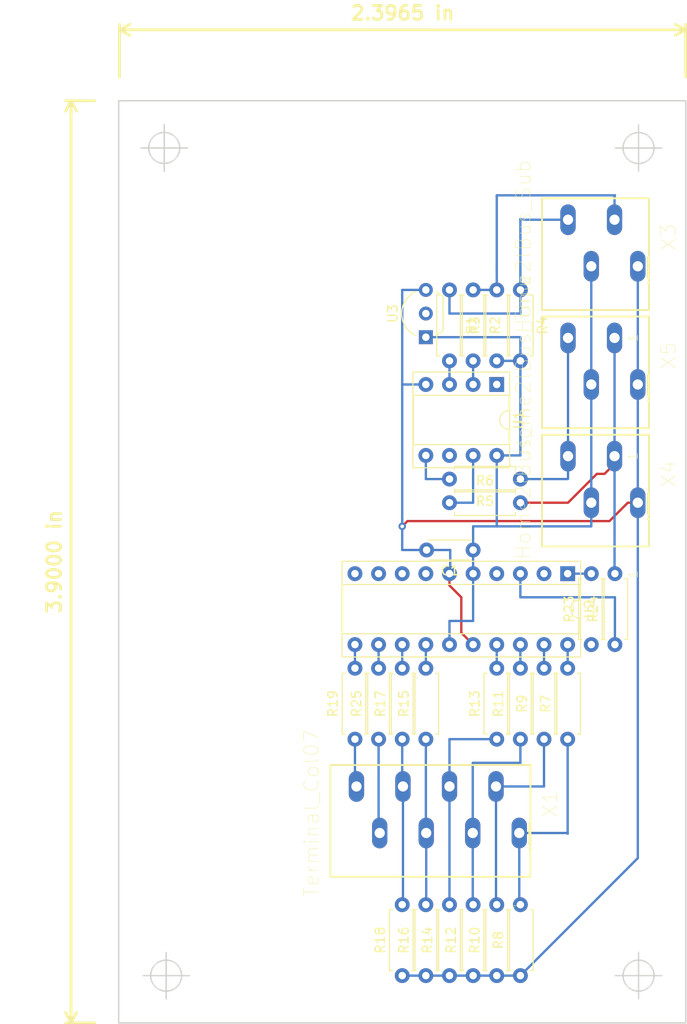
<source format=kicad_pcb>
(kicad_pcb (version 20171130) (host pcbnew 5.0.2+dfsg1-1)
  (title_block (title "Matrix Card 2x6") (date 2020-04-08) (company "Gundolf Kiefer"))
  (layers (0 F.Cu signal) (1 In1.Cu signal hide) (2 In2.Cu signal) (31 B.Cu signal) (34 B.Paste user) (35 F.Paste user) (36 B.SilkS user) (37 F.SilkS user) (38 B.Mask user) (39 F.Mask user) (44 Edge.Cuts user))
  (net 0 "")
  (net 1 +5V)
  (net 2 /twi_ma_scl)
  (net 3 /twi_ma_sda)
  (net 4 /SCL)
  (net 5 /SDA)
  (net 6 GND)
  (net 7 "Net-(U1-Pad1)")
  (net 8 "Net-(R23-Pad2)")
  (net 9 "Net-(R25-Pad2)")
  (net 10 "Net-(R24-Pad1)")
  (net 11 "Net-(R5-Pad2)")
  (net 12 "Net-(R6-Pad1)")
  (net 13 "Net-(R7-Pad2)")
  (net 14 "Net-(R11-Pad2)")
  (net 15 "Net-(R9-Pad2)")
  (net 16 "Net-(R19-Pad2)")
  (net 17 "Net-(R17-Pad2)")
  (net 18 "Net-(R15-Pad2)")
  (net 19 "Net-(R13-Pad2)")
  (net 20 "Net-(U2-Pad2)")
  (net 21 "Net-(U1-Pad6)")
  (net 22 "Net-(U2-Pad10)")
  (net 23 "Net-(R7-Pad1)")
  (net 24 "Net-(R10-Pad2)")
  (net 25 "Net-(R11-Pad1)")
  (net 26 "Net-(R13-Pad1)")
  (net 27 "Net-(R15-Pad1)")
  (net 28 "Net-(R19-Pad1)")
  (net 29 "Net-(R17-Pad1)")
  (net 30 "Net-(R1-Pad1)")
  (net 31 "Net-(R2-Pad1)")
  (net 32 "Net-(U2-Pad4)")
  (net 33 "Net-(U2-Pad7)")
  (net 34 "Net-(U2-Pad8)")
  (net 35 "Net-(U2-Pad9)")
  (net 36 "Net-(R25-Pad1)")
  (module 250-404_000-012:P-250-404 (layer F.Cu) (at 76.6872 67.28 270)
    (fp_text reference X3 (at -1.80022 -7.8138 270) (layer F.SilkS) (effects (font (size 1.57501 1.57501) (thickness 0.05))))
    (fp_text value Home2lBus_Sub (at -0.80054 7.79256 270) (layer F.SilkS) (effects (font (size 1.57589 1.57589) (thickness 0.05))))
    (fp_text user 1 (at 9.00484 -4.01496 270) (layer F.SilkS) (effects (font (thickness 0.05))))
    (pad L1 thru_hole oval (at 1.3 -4.5128 90) (size 3.3 1.65) (drill 1.1) (layers *.Cu *.Mask) (net 6 GND))
    (pad L2 thru_hole oval (at -3.7 -2.0128 270) (size 3.3 1.65) (drill 1.1) (layers *.Cu *.Mask) (net 31 "Net-(R2-Pad1)"))
    (pad L3 thru_hole oval (at 1.3 0.4872 270) (size 3.3 1.65) (drill 1.1) (layers *.Cu *.Mask) (net 1 +5V))
    (pad L4 thru_hole oval (at -3.7 2.9872 270) (size 3.3 1.65) (drill 1.1) (layers *.Cu *.Mask) (net 30 "Net-(R1-Pad1)"))
  )
  (module Package_TO_SOT_THT:TO-92_Inline_Wide (layer F.Cu) (at 58.42 76.2 90)
    (fp_text reference U3 (at 2.54 -3.56 90) (layer F.SilkS))
    (fp_text value TSIC306-TO92)
    (pad 1 thru_hole rect (at 0 0 180) (size 1.5 1.5) (drill 0.8) (layers *.Cu *.Mask) (net 1 +5V))
    (pad 3 thru_hole circle (at 5.08 0 180) (size 1.5 1.5) (drill 0.8) (layers *.Cu *.Mask) (net 6 GND))
    (pad 2 thru_hole circle (at 2.54 0 180) (size 1.5 1.5) (drill 0.8) (layers *.Cu *.Mask) (net 20 "Net-(U2-Pad2)"))
  )
  (module Package_DIP:DIP-20_W7.62mm_Socket (layer F.Cu) (at 73.66 101.6 270)
    (fp_text reference U2 (at 3.81 -2.33 270) (layer F.SilkS))
    (fp_text value ATtiny861-20PU)
    (pad 1 thru_hole rect (at 0 0 270) (size 1.6 1.6) (drill 0.8) (layers *.Cu *.Mask) (net 8 "Net-(R23-Pad2)"))
    (pad 11 thru_hole oval (at 7.62 22.86 270) (size 1.6 1.6) (drill 0.8) (layers *.Cu *.Mask) (net 16 "Net-(R19-Pad2)"))
    (pad 2 thru_hole oval (at 0 2.54 270) (size 1.6 1.6) (drill 0.8) (layers *.Cu *.Mask) (net 20 "Net-(U2-Pad2)"))
    (pad 12 thru_hole oval (at 7.62 20.32 270) (size 1.6 1.6) (drill 0.8) (layers *.Cu *.Mask) (net 9 "Net-(R25-Pad2)"))
    (pad 3 thru_hole oval (at 0 5.08 270) (size 1.6 1.6) (drill 0.8) (layers *.Cu *.Mask) (net 10 "Net-(R24-Pad1)"))
    (pad 13 thru_hole oval (at 7.62 17.78 270) (size 1.6 1.6) (drill 0.8) (layers *.Cu *.Mask) (net 17 "Net-(R17-Pad2)"))
    (pad 4 thru_hole oval (at 0 7.62 270) (size 1.6 1.6) (drill 0.8) (layers *.Cu *.Mask) (net 32 "Net-(U2-Pad4)"))
    (pad 14 thru_hole oval (at 7.62 15.24 270) (size 1.6 1.6) (drill 0.8) (layers *.Cu *.Mask) (net 18 "Net-(R15-Pad2)"))
    (pad 5 thru_hole oval (at 0 10.16 270) (size 1.6 1.6) (drill 0.8) (layers *.Cu *.Mask) (net 1 +5V))
    (pad 15 thru_hole oval (at 7.62 12.7 270) (size 1.6 1.6) (drill 0.8) (layers *.Cu *.Mask) (net 1 +5V))
    (pad 6 thru_hole oval (at 0 12.7 270) (size 1.6 1.6) (drill 0.8) (layers *.Cu *.Mask) (net 6 GND))
    (pad 16 thru_hole oval (at 7.62 10.16 270) (size 1.6 1.6) (drill 0.8) (layers *.Cu *.Mask) (net 6 GND))
    (pad 7 thru_hole oval (at 0 15.24 270) (size 1.6 1.6) (drill 0.8) (layers *.Cu *.Mask) (net 33 "Net-(U2-Pad7)"))
    (pad 17 thru_hole oval (at 7.62 7.62 270) (size 1.6 1.6) (drill 0.8) (layers *.Cu *.Mask) (net 19 "Net-(R13-Pad2)"))
    (pad 8 thru_hole oval (at 0 17.78 270) (size 1.6 1.6) (drill 0.8) (layers *.Cu *.Mask) (net 34 "Net-(U2-Pad8)"))
    (pad 18 thru_hole oval (at 7.62 5.08 270) (size 1.6 1.6) (drill 0.8) (layers *.Cu *.Mask) (net 14 "Net-(R11-Pad2)"))
    (pad 9 thru_hole oval (at 0 20.32 270) (size 1.6 1.6) (drill 0.8) (layers *.Cu *.Mask) (net 35 "Net-(U2-Pad9)"))
    (pad 19 thru_hole oval (at 7.62 2.54 270) (size 1.6 1.6) (drill 0.8) (layers *.Cu *.Mask) (net 15 "Net-(R9-Pad2)"))
    (pad 10 thru_hole oval (at 0 22.86 270) (size 1.6 1.6) (drill 0.8) (layers *.Cu *.Mask) (net 22 "Net-(U2-Pad10)"))
    (pad 20 thru_hole oval (at 7.62 0 270) (size 1.6 1.6) (drill 0.8) (layers *.Cu *.Mask) (net 13 "Net-(R7-Pad2)"))
  )
  (module 250-404_000-012:P-250-404 (layer F.Cu) (at 76.6872 79.98 270)
    (fp_text reference X5 (at -1.80022 -7.8138 270) (layer F.SilkS) (effects (font (size 1.57501 1.57501) (thickness 0.05))))
    (fp_text value Home2lBus_Thru (at -0.80054 7.79256 270) (layer F.SilkS) (effects (font (size 1.57589 1.57589) (thickness 0.05))))
    (fp_text user 1 (at 9.00484 -4.01496 270) (layer F.SilkS) (effects (font (thickness 0.05))))
    (pad L1 thru_hole oval (at 1.3 -4.5128 90) (size 3.3 1.65) (drill 1.1) (layers *.Cu *.Mask) (net 6 GND))
    (pad L2 thru_hole oval (at -3.7 -2.0128 270) (size 3.3 1.65) (drill 1.1) (layers *.Cu *.Mask) (net 4 /SCL))
    (pad L3 thru_hole oval (at 1.3 0.4872 270) (size 3.3 1.65) (drill 1.1) (layers *.Cu *.Mask) (net 1 +5V))
    (pad L4 thru_hole oval (at -3.7 2.9872 270) (size 3.3 1.65) (drill 1.1) (layers *.Cu *.Mask) (net 5 /SDA))
  )
  (module 250-404_000-012:P-250-404 (layer F.Cu) (at 76.6872 92.68 270)
    (fp_text reference X4 (at -1.80022 -7.8138 270) (layer F.SilkS) (effects (font (size 1.57501 1.57501) (thickness 0.05))))
    (fp_text value Home2lBus_In (at -0.80054 7.79256 270) (layer F.SilkS) (effects (font (size 1.57589 1.57589) (thickness 0.05))))
    (fp_text user 1 (at 9.00484 -4.01496 270) (layer F.SilkS) (effects (font (thickness 0.05))))
    (pad L4 thru_hole oval (at -3.7 2.9872 270) (size 3.3 1.65) (drill 1.1) (layers *.Cu *.Mask) (net 5 /SDA))
    (pad L3 thru_hole oval (at 1.3 0.4872 270) (size 3.3 1.65) (drill 1.1) (layers *.Cu *.Mask) (net 1 +5V))
    (pad L2 thru_hole oval (at -3.7 -2.0128 270) (size 3.3 1.65) (drill 1.1) (layers *.Cu *.Mask) (net 4 /SCL))
    (pad L1 thru_hole oval (at 1.3 -4.5128 90) (size 3.3 1.65) (drill 1.1) (layers *.Cu *.Mask) (net 6 GND))
  )
  (module 250-408_000-012:P-250-408 (layer F.Cu) (at 58.9878 128.16 270)
    (fp_text reference X1 (at -1.80134 -12.7816 270) (layer F.SilkS) (effects (font (size 1.57596 1.57596) (thickness 0.05))))
    (fp_text value Terminal_Col07 (at -0.80153 12.8522 270) (layer F.SilkS) (effects (font (size 1.5778 1.5778) (thickness 0.05))))
    (fp_text user 1 (at 9.10895 -9.18122 270) (layer F.SilkS) (effects (font (thickness 0.05))))
    (pad L1 thru_hole oval (at 1.3 -9.4722 270) (size 3.3 1.65) (drill 1.1) (layers *.Cu *.Mask) (net 23 "Net-(R7-Pad1)"))
    (pad L2 thru_hole oval (at -3.7 -6.9722 270) (size 3.3 1.65) (drill 1.1) (layers *.Cu *.Mask) (net 24 "Net-(R10-Pad2)"))
    (pad L3 thru_hole oval (at 1.3 -4.4722 270) (size 3.3 1.65) (drill 1.1) (layers *.Cu *.Mask) (net 25 "Net-(R11-Pad1)"))
    (pad L4 thru_hole oval (at -3.7 -1.9722 270) (size 3.3 1.65) (drill 1.1) (layers *.Cu *.Mask) (net 26 "Net-(R13-Pad1)"))
    (pad L5 thru_hole oval (at 1.3 0.5278 270) (size 3.3 1.65) (drill 1.1) (layers *.Cu *.Mask) (net 27 "Net-(R15-Pad1)"))
    (pad L6 thru_hole oval (at -3.7 3.0278 270) (size 3.3 1.65) (drill 1.1) (layers *.Cu *.Mask) (net 29 "Net-(R17-Pad1)"))
    (pad L7 thru_hole oval (at 1.3 5.5278 270) (size 3.3 1.65) (drill 1.1) (layers *.Cu *.Mask) (net 36 "Net-(R25-Pad1)"))
    (pad L8 thru_hole oval (at -3.7 8.0278 270) (size 3.3 1.65) (drill 1.1) (layers *.Cu *.Mask) (net 28 "Net-(R19-Pad1)"))
  )
  (module Capacitor_THT:C_Disc_D4.3mm_W1.9mm_P5.00mm (layer F.Cu) (at 63.5 99.06 180)
    (fp_text reference C1 (at 2.5 -2.2 180) (layer F.SilkS))
    (fp_text value 100nF)
    (pad 2 thru_hole circle (at 5 0 180) (size 1.6 1.6) (drill 0.8) (layers *.Cu *.Mask) (net 6 GND))
    (pad 1 thru_hole circle (at 0 0 180) (size 1.6 1.6) (drill 0.8) (layers *.Cu *.Mask) (net 1 +5V))
  )
  (module Package_DIP:DIP-8_W7.62mm_Socket (layer F.Cu) (at 66.04 81.28 270)
    (fp_text reference U1 (at 3.81 -2.33 270) (layer F.SilkS))
    (fp_text value ATtiny85V-10PU)
    (pad 8 thru_hole oval (at 7.62 0 270) (size 1.6 1.6) (drill 0.8) (layers *.Cu *.Mask) (net 1 +5V))
    (pad 4 thru_hole oval (at 0 7.62 270) (size 1.6 1.6) (drill 0.8) (layers *.Cu *.Mask) (net 6 GND))
    (pad 7 thru_hole oval (at 7.62 2.54 270) (size 1.6 1.6) (drill 0.8) (layers *.Cu *.Mask) (net 12 "Net-(R6-Pad1)"))
    (pad 3 thru_hole oval (at 0 5.08 270) (size 1.6 1.6) (drill 0.8) (layers *.Cu *.Mask) (net 3 /twi_ma_sda))
    (pad 6 thru_hole oval (at 7.62 5.08 270) (size 1.6 1.6) (drill 0.8) (layers *.Cu *.Mask) (net 21 "Net-(U1-Pad6)"))
    (pad 2 thru_hole oval (at 0 2.54 270) (size 1.6 1.6) (drill 0.8) (layers *.Cu *.Mask) (net 2 /twi_ma_scl))
    (pad 5 thru_hole oval (at 7.62 7.62 270) (size 1.6 1.6) (drill 0.8) (layers *.Cu *.Mask) (net 11 "Net-(R5-Pad2)"))
    (pad 1 thru_hole rect (at 0 0 270) (size 1.6 1.6) (drill 0.8) (layers *.Cu *.Mask) (net 7 "Net-(U1-Pad1)"))
  )
  (module Resistor_THT:R_Axial_DIN0207_L6.3mm_D2.5mm_P7.62mm_Horizontal (layer F.Cu) (at 66.04 144.78 90)
    (fp_text reference R10 (at 3.81 -2.37 90) (layer F.SilkS))
    (fp_text value 10k)
    (pad 2 thru_hole oval (at 7.62 0 90) (size 1.6 1.6) (drill 0.8) (layers *.Cu *.Mask) (net 24 "Net-(R10-Pad2)"))
    (pad 1 thru_hole circle (at 0 0 90) (size 1.6 1.6) (drill 0.8) (layers *.Cu *.Mask) (net 6 GND))
  )
  (module Resistor_THT:R_Axial_DIN0207_L6.3mm_D2.5mm_P7.62mm_Horizontal (layer F.Cu) (at 63.5 144.78 90)
    (fp_text reference R12 (at 3.81 -2.37 90) (layer F.SilkS))
    (fp_text value 10k)
    (pad 2 thru_hole oval (at 7.62 0 90) (size 1.6 1.6) (drill 0.8) (layers *.Cu *.Mask) (net 25 "Net-(R11-Pad1)"))
    (pad 1 thru_hole circle (at 0 0 90) (size 1.6 1.6) (drill 0.8) (layers *.Cu *.Mask) (net 6 GND))
  )
  (module Resistor_THT:R_Axial_DIN0207_L6.3mm_D2.5mm_P7.62mm_Horizontal (layer F.Cu) (at 66.04 119.38 90)
    (fp_text reference R13 (at 3.81 -2.37 90) (layer F.SilkS))
    (fp_text value 1k)
    (pad 2 thru_hole oval (at 7.62 0 90) (size 1.6 1.6) (drill 0.8) (layers *.Cu *.Mask) (net 19 "Net-(R13-Pad2)"))
    (pad 1 thru_hole circle (at 0 0 90) (size 1.6 1.6) (drill 0.8) (layers *.Cu *.Mask) (net 26 "Net-(R13-Pad1)"))
  )
  (module Resistor_THT:R_Axial_DIN0207_L6.3mm_D2.5mm_P7.62mm_Horizontal (layer F.Cu) (at 60.96 144.78 90)
    (fp_text reference R14 (at 3.81 -2.37 90) (layer F.SilkS))
    (fp_text value 10k)
    (pad 2 thru_hole oval (at 7.62 0 90) (size 1.6 1.6) (drill 0.8) (layers *.Cu *.Mask) (net 26 "Net-(R13-Pad1)"))
    (pad 1 thru_hole circle (at 0 0 90) (size 1.6 1.6) (drill 0.8) (layers *.Cu *.Mask) (net 6 GND))
  )
  (module Resistor_THT:R_Axial_DIN0207_L6.3mm_D2.5mm_P7.62mm_Horizontal (layer F.Cu) (at 58.42 119.38 90)
    (fp_text reference R15 (at 3.81 -2.37 90) (layer F.SilkS))
    (fp_text value 1k)
    (pad 2 thru_hole oval (at 7.62 0 90) (size 1.6 1.6) (drill 0.8) (layers *.Cu *.Mask) (net 18 "Net-(R15-Pad2)"))
    (pad 1 thru_hole circle (at 0 0 90) (size 1.6 1.6) (drill 0.8) (layers *.Cu *.Mask) (net 27 "Net-(R15-Pad1)"))
  )
  (module Resistor_THT:R_Axial_DIN0207_L6.3mm_D2.5mm_P7.62mm_Horizontal (layer F.Cu) (at 58.42 144.78 90)
    (fp_text reference R16 (at 3.81 -2.37 90) (layer F.SilkS))
    (fp_text value 10k)
    (pad 2 thru_hole oval (at 7.62 0 90) (size 1.6 1.6) (drill 0.8) (layers *.Cu *.Mask) (net 27 "Net-(R15-Pad1)"))
    (pad 1 thru_hole circle (at 0 0 90) (size 1.6 1.6) (drill 0.8) (layers *.Cu *.Mask) (net 6 GND))
  )
  (module Resistor_THT:R_Axial_DIN0207_L6.3mm_D2.5mm_P7.62mm_Horizontal (layer F.Cu) (at 55.88 119.38 90)
    (fp_text reference R17 (at 3.81 -2.37 90) (layer F.SilkS))
    (fp_text value 1k)
    (pad 2 thru_hole oval (at 7.62 0 90) (size 1.6 1.6) (drill 0.8) (layers *.Cu *.Mask) (net 17 "Net-(R17-Pad2)"))
    (pad 1 thru_hole circle (at 0 0 90) (size 1.6 1.6) (drill 0.8) (layers *.Cu *.Mask) (net 29 "Net-(R17-Pad1)"))
  )
  (module Resistor_THT:R_Axial_DIN0207_L6.3mm_D2.5mm_P7.62mm_Horizontal (layer F.Cu) (at 55.88 144.78 90)
    (fp_text reference R18 (at 3.81 -2.37 90) (layer F.SilkS))
    (fp_text value 10k)
    (pad 2 thru_hole oval (at 7.62 0 90) (size 1.6 1.6) (drill 0.8) (layers *.Cu *.Mask) (net 29 "Net-(R17-Pad1)"))
    (pad 1 thru_hole circle (at 0 0 90) (size 1.6 1.6) (drill 0.8) (layers *.Cu *.Mask) (net 6 GND))
  )
  (module Resistor_THT:R_Axial_DIN0207_L6.3mm_D2.5mm_P7.62mm_Horizontal (layer F.Cu) (at 50.8 119.38 90)
    (fp_text reference R19 (at 3.81 -2.37 90) (layer F.SilkS))
    (fp_text value 100)
    (pad 2 thru_hole oval (at 7.62 0 90) (size 1.6 1.6) (drill 0.8) (layers *.Cu *.Mask) (net 16 "Net-(R19-Pad2)"))
    (pad 1 thru_hole circle (at 0 0 90) (size 1.6 1.6) (drill 0.8) (layers *.Cu *.Mask) (net 28 "Net-(R19-Pad1)"))
  )
  (module Resistor_THT:R_Axial_DIN0207_L6.3mm_D2.5mm_P7.62mm_Horizontal (layer F.Cu) (at 71.12 119.38 90)
    (fp_text reference R9 (at 3.81 -2.37 90) (layer F.SilkS))
    (fp_text value 1k)
    (pad 2 thru_hole oval (at 7.62 0 90) (size 1.6 1.6) (drill 0.8) (layers *.Cu *.Mask) (net 15 "Net-(R9-Pad2)"))
    (pad 1 thru_hole circle (at 0 0 90) (size 1.6 1.6) (drill 0.8) (layers *.Cu *.Mask) (net 24 "Net-(R10-Pad2)"))
  )
  (module Resistor_THT:R_Axial_DIN0207_L6.3mm_D2.5mm_P7.62mm_Horizontal (layer F.Cu) (at 68.58 119.38 90)
    (fp_text reference R11 (at 3.81 -2.37 90) (layer F.SilkS))
    (fp_text value 1k)
    (pad 2 thru_hole oval (at 7.62 0 90) (size 1.6 1.6) (drill 0.8) (layers *.Cu *.Mask) (net 14 "Net-(R11-Pad2)"))
    (pad 1 thru_hole circle (at 0 0 90) (size 1.6 1.6) (drill 0.8) (layers *.Cu *.Mask) (net 25 "Net-(R11-Pad1)"))
  )
  (module Resistor_THT:R_Axial_DIN0207_L6.3mm_D2.5mm_P7.62mm_Horizontal (layer F.Cu) (at 68.58 144.78 90)
    (fp_text reference R8 (at 3.81 -2.37 90) (layer F.SilkS))
    (fp_text value 10k)
    (pad 2 thru_hole oval (at 7.62 0 90) (size 1.6 1.6) (drill 0.8) (layers *.Cu *.Mask) (net 23 "Net-(R7-Pad1)"))
    (pad 1 thru_hole circle (at 0 0 90) (size 1.6 1.6) (drill 0.8) (layers *.Cu *.Mask) (net 6 GND))
  )
  (module Resistor_THT:R_Axial_DIN0207_L6.3mm_D2.5mm_P7.62mm_Horizontal (layer F.Cu) (at 73.66 119.38 90)
    (fp_text reference R7 (at 3.81 -2.37 90) (layer F.SilkS))
    (fp_text value 1k)
    (pad 2 thru_hole oval (at 7.62 0 90) (size 1.6 1.6) (drill 0.8) (layers *.Cu *.Mask) (net 13 "Net-(R7-Pad2)"))
    (pad 1 thru_hole circle (at 0 0 90) (size 1.6 1.6) (drill 0.8) (layers *.Cu *.Mask) (net 23 "Net-(R7-Pad1)"))
  )
  (module Resistor_THT:R_Axial_DIN0207_L6.3mm_D2.5mm_P7.62mm_Horizontal (layer F.Cu) (at 60.96 93.98)
    (fp_text reference R6 (at 3.81 -2.37) (layer F.SilkS))
    (fp_text value 100)
    (pad 2 thru_hole oval (at 7.62 0) (size 1.6 1.6) (drill 0.8) (layers *.Cu *.Mask) (net 4 /SCL))
    (pad 1 thru_hole circle (at 0 0) (size 1.6 1.6) (drill 0.8) (layers *.Cu *.Mask) (net 12 "Net-(R6-Pad1)"))
  )
  (module Resistor_THT:R_Axial_DIN0207_L6.3mm_D2.5mm_P7.62mm_Horizontal (layer F.Cu) (at 68.58 91.44 180)
    (fp_text reference R5 (at 3.81 -2.37 180) (layer F.SilkS))
    (fp_text value 100)
    (pad 2 thru_hole oval (at 7.62 0 180) (size 1.6 1.6) (drill 0.8) (layers *.Cu *.Mask) (net 11 "Net-(R5-Pad2)"))
    (pad 1 thru_hole circle (at 0 0 180) (size 1.6 1.6) (drill 0.8) (layers *.Cu *.Mask) (net 5 /SDA))
  )
  (module Resistor_THT:R_Axial_DIN0207_L6.3mm_D2.5mm_P7.62mm_Horizontal (layer F.Cu) (at 68.58 71.12 270)
    (fp_text reference R4 (at 3.81 -2.37 270) (layer F.SilkS))
    (fp_text value 1k)
    (pad 2 thru_hole oval (at 7.62 0 270) (size 1.6 1.6) (drill 0.8) (layers *.Cu *.Mask) (net 1 +5V))
    (pad 1 thru_hole circle (at 0 0 270) (size 1.6 1.6) (drill 0.8) (layers *.Cu *.Mask) (net 30 "Net-(R1-Pad1)"))
  )
  (module Resistor_THT:R_Axial_DIN0207_L6.3mm_D2.5mm_P7.62mm_Horizontal (layer F.Cu) (at 66.04 78.74 90)
    (fp_text reference R3 (at 3.81 -2.37 90) (layer F.SilkS))
    (fp_text value 1k)
    (pad 2 thru_hole oval (at 7.62 0 90) (size 1.6 1.6) (drill 0.8) (layers *.Cu *.Mask) (net 31 "Net-(R2-Pad1)"))
    (pad 1 thru_hole circle (at 0 0 90) (size 1.6 1.6) (drill 0.8) (layers *.Cu *.Mask) (net 1 +5V))
  )
  (module Resistor_THT:R_Axial_DIN0207_L6.3mm_D2.5mm_P7.62mm_Horizontal (layer F.Cu) (at 63.5 71.12 270)
    (fp_text reference R2 (at 3.81 -2.37 270) (layer F.SilkS))
    (fp_text value 100)
    (pad 2 thru_hole oval (at 7.62 0 270) (size 1.6 1.6) (drill 0.8) (layers *.Cu *.Mask) (net 2 /twi_ma_scl))
    (pad 1 thru_hole circle (at 0 0 270) (size 1.6 1.6) (drill 0.8) (layers *.Cu *.Mask) (net 31 "Net-(R2-Pad1)"))
  )
  (module Resistor_THT:R_Axial_DIN0207_L6.3mm_D2.5mm_P7.62mm_Horizontal (layer F.Cu) (at 60.96 71.12 270)
    (fp_text reference R1 (at 3.81 -2.37 270) (layer F.SilkS))
    (fp_text value 100)
    (pad 2 thru_hole oval (at 7.62 0 270) (size 1.6 1.6) (drill 0.8) (layers *.Cu *.Mask) (net 3 /twi_ma_sda))
    (pad 1 thru_hole circle (at 0 0 270) (size 1.6 1.6) (drill 0.8) (layers *.Cu *.Mask) (net 30 "Net-(R1-Pad1)"))
  )
  (module Resistor_THT:R_Axial_DIN0207_L6.3mm_D2.5mm_P7.62mm_Horizontal (layer F.Cu) (at 78.74 109.22 90)
    (fp_text reference R24 (at 3.81 -2.37 90) (layer F.SilkS))
    (fp_text value 100)
    (pad 2 thru_hole oval (at 7.62 0 90) (size 1.6 1.6) (drill 0.8) (layers *.Cu *.Mask) (net 4 /SCL))
    (pad 1 thru_hole circle (at 0 0 90) (size 1.6 1.6) (drill 0.8) (layers *.Cu *.Mask) (net 10 "Net-(R24-Pad1)"))
  )
  (module Resistor_THT:R_Axial_DIN0207_L6.3mm_D2.5mm_P7.62mm_Horizontal (layer F.Cu) (at 53.34 119.38 90)
    (fp_text reference R25 (at 3.81 -2.37 90) (layer F.SilkS))
    (fp_text value 100)
    (pad 2 thru_hole oval (at 7.62 0 90) (size 1.6 1.6) (drill 0.8) (layers *.Cu *.Mask) (net 9 "Net-(R25-Pad2)"))
    (pad 1 thru_hole circle (at 0 0 90) (size 1.6 1.6) (drill 0.8) (layers *.Cu *.Mask) (net 36 "Net-(R25-Pad1)"))
  )
  (module Resistor_THT:R_Axial_DIN0207_L6.3mm_D2.5mm_P7.62mm_Horizontal (layer F.Cu) (at 76.2 109.22 90)
    (fp_text reference R23 (at 3.81 -2.37 90) (layer F.SilkS))
    (fp_text value 100)
    (pad 2 thru_hole oval (at 7.62 0 90) (size 1.6 1.6) (drill 0.8) (layers *.Cu *.Mask) (net 8 "Net-(R23-Pad2)"))
    (pad 1 thru_hole circle (at 0 0 90) (size 1.6 1.6) (drill 0.8) (layers *.Cu *.Mask) (net 5 /SDA))
  )
  (target plus (at 81.28 144.78) (size 5) (width 0.15) (layer Edge.Cuts))
  (target plus (at 30.507442 144.78) (size 5) (width 0.15) (layer Edge.Cuts))
  (target plus (at 81.28 55.88) (size 5) (width 0.15) (layer Edge.Cuts))
  (target plus (at 30.302565 55.870249) (size 5) (width 0.15) (layer Edge.Cuts))
  (gr_line (start 86.36 149.86) (end 86.36 50.8) (layer Edge.Cuts) (width 0.15))
  (gr_line (start 25.4 149.86) (end 86.36 149.86) (layer Edge.Cuts) (width 0.15))
  (gr_line (start 25.4 50.8) (end 25.4 149.86) (layer Edge.Cuts) (width 0.15))
  (gr_line (start 86.36 50.8) (end 25.4 50.8) (layer Edge.Cuts) (width 0.15))
  (dimension 60.87181 (width 0.3) (layer F.SilkS) (gr_text "60.872 mm" (at 55.924516 41.081787 359.996635) (layer F.SilkS) (effects (font (size 1.5 1.5) (thickness 0.3)))) (feature1 (pts (xy 86.36 48.26) (xy 86.360333 42.597154))) (feature2 (pts (xy 25.48819 48.256425) (xy 25.488523 42.593579))) (crossbar (pts (xy 25.488488 43.18) (xy 86.360298 43.183575))) (arrow1a (pts (xy 86.360298 43.183575) (xy 85.23376 43.76993))) (arrow1b (pts (xy 86.360298 43.183575) (xy 85.233829 42.597088))) (arrow2a (pts (xy 25.488488 43.18) (xy 26.614957 43.766487))) (arrow2b (pts (xy 25.488488 43.18) (xy 26.615026 42.593645))))
  (dimension 99.06 (width 0.3) (layer F.SilkS) (gr_text "99.060 mm" (at 18.185624 100.33 270) (layer F.SilkS) (effects (font (size 1.5 1.5) (thickness 0.3)))) (feature1 (pts (xy 22.825624 149.86) (xy 19.699203 149.86))) (feature2 (pts (xy 22.825624 50.8) (xy 19.699203 50.8))) (crossbar (pts (xy 20.285624 50.8) (xy 20.285624 149.86))) (arrow1a (pts (xy 20.285624 149.86) (xy 19.699203 148.733496))) (arrow1b (pts (xy 20.285624 149.86) (xy 20.872045 148.733496))) (arrow2a (pts (xy 20.285624 50.8) (xy 19.699203 51.926504))) (arrow2b (pts (xy 20.285624 50.8) (xy 20.872045 51.926504))))
  (segment (start 76.2 68.58) (end 76.2 93.98) (width 0.25) (layer B.Cu) (net 1))
  (segment (start 63.5 99.06) (end 63.5 101.6) (width 0.25) (layer B.Cu) (net 1))
  (segment (start 68.58 88.9) (end 66.04 88.9) (width 0.25) (layer B.Cu) (net 1))
  (segment (start 68.58 78.74) (end 68.58 88.9) (width 0.25) (layer B.Cu) (net 1))
  (segment (start 68.58 78.74) (end 66.04 78.74) (width 0.25) (layer B.Cu) (net 1))
  (segment (start 76.2 93.98) (end 76.2 96.52) (width 0.25) (layer B.Cu) (net 1))
  (segment (start 76.2 96.52) (end 66.04 96.52) (width 0.25) (layer B.Cu) (net 1))
  (segment (start 66.04 96.52) (end 66.04 88.9) (width 0.25) (layer B.Cu) (net 1))
  (segment (start 68.58 76.2) (end 68.58 78.74) (width 0.25) (layer B.Cu) (net 1))
  (segment (start 58.42 76.2) (end 68.58 76.2) (width 0.25) (layer B.Cu) (net 1))
  (segment (start 66.04 96.52) (end 63.5 96.52) (width 0.25) (layer B.Cu) (net 1))
  (segment (start 63.5 96.52) (end 63.5 99.06) (width 0.25) (layer B.Cu) (net 1))
  (segment (start 60.96 109.22) (end 60.96 106.68) (width 0.25) (layer B.Cu) (net 1))
  (segment (start 60.96 106.68) (end 63.5 106.68) (width 0.25) (layer B.Cu) (net 1))
  (segment (start 63.5 106.68) (end 63.5 101.6) (width 0.25) (layer B.Cu) (net 1))
  (segment (start 63.5 78.74) (end 63.5 81.28) (width 0.25) (layer B.Cu) (net 2))
  (segment (start 60.96 78.74) (end 60.96 81.28) (width 0.25) (layer B.Cu) (net 3))
  (segment (start 78.7 76.28) (end 78.7 88.98) (width 0.25) (layer B.Cu) (net 4))
  (segment (start 78.7 88.98) (end 78.7 101.56) (width 0.25) (layer B.Cu) (net 4))
  (segment (start 78.7 89.805) (end 78.7 88.98) (width 0.25) (layer F.Cu) (net 4))
  (segment (start 77.625 90.88) (end 78.7 89.805) (width 0.25) (layer F.Cu) (net 4))
  (segment (start 76.8 90.88) (end 77.625 90.88) (width 0.25) (layer F.Cu) (net 4))
  (segment (start 73.7 93.98) (end 76.8 90.88) (width 0.25) (layer F.Cu) (net 4))
  (segment (start 68.58 93.98) (end 73.7 93.98) (width 0.25) (layer F.Cu) (net 4))
  (segment (start 73.7 76.28) (end 73.7 88.98) (width 0.25) (layer B.Cu) (net 5))
  (segment (start 68.58 91.44) (end 73.66 91.44) (width 0.25) (layer B.Cu) (net 5))
  (segment (start 73.7 88.98) (end 73.7 91.4) (width 0.25) (layer B.Cu) (net 5))
  (segment (start 73.7 91.4) (end 73.66 91.44) (width 0.25) (layer B.Cu) (net 5))
  (segment (start 81.2 68.58) (end 81.2 93.98) (width 0.25) (layer B.Cu) (net 6))
  (segment (start 61.04 101.52) (end 60.96 101.6) (width 0.25) (layer B.Cu) (net 6))
  (segment (start 61.04 99.06) (end 61.04 101.52) (width 0.25) (layer B.Cu) (net 6))
  (segment (start 61.04 99.06) (end 58.42 99.06) (width 0.25) (layer B.Cu) (net 6))
  (segment (start 55.88 99.06) (end 55.88 96.52) (width 0.25) (layer B.Cu) (net 6))
  (segment (start 55.88 81.28) (end 58.42 81.28) (width 0.25) (layer B.Cu) (net 6))
  (segment (start 58.42 71.12) (end 55.88 71.12) (width 0.25) (layer B.Cu) (net 6))
  (segment (start 55.88 71.12) (end 55.88 81.28) (width 0.25) (layer B.Cu) (net 6))
  (segment (start 55.88 96.52) (end 55.88 81.28) (width 0.25) (layer B.Cu) (net 6))
  (via (at 55.88 96.52) (size 0.8) (drill 0.4) (layers F.Cu B.Cu) (net 6))
  (segment (start 56.44499 95.95501) (end 55.88 96.52) (width 0.25) (layer F.Cu) (net 6))
  (segment (start 81.2 93.98) (end 80.125 93.98) (width 0.25) (layer F.Cu) (net 6))
  (segment (start 78.14999 95.95501) (end 56.44499 95.95501) (width 0.25) (layer F.Cu) (net 6))
  (segment (start 80.125 93.98) (end 78.14999 95.95501) (width 0.25) (layer F.Cu) (net 6))
  (segment (start 55.88 99.06) (end 58.5 99.06) (width 0.25) (layer B.Cu) (net 6))
  (segment (start 60.96 101.6) (end 60.96 102.87) (width 0.25) (layer F.Cu) (net 6))
  (segment (start 62.23 107.95) (end 63.5 109.22) (width 0.25) (layer F.Cu) (net 6))
  (segment (start 62.23 104.14) (end 62.23 107.95) (width 0.25) (layer F.Cu) (net 6))
  (segment (start 60.96 102.87) (end 62.23 104.14) (width 0.25) (layer F.Cu) (net 6))
  (segment (start 81.2 132.16) (end 68.58 144.78) (width 0.25) (layer B.Cu) (net 6))
  (segment (start 81.2 93.98) (end 81.2 132.16) (width 0.25) (layer B.Cu) (net 6))
  (segment (start 68.58 144.78) (end 55.88 144.78) (width 0.25) (layer B.Cu) (net 6))
  (segment (start 73.66 101.6) (end 76.2 101.6) (width 0.25) (layer B.Cu) (net 8))
  (segment (start 53.34 109.22) (end 53.34 111.76) (width 0.25) (layer B.Cu) (net 9))
  (segment (start 78.74 104.14) (end 78.74 109.22) (width 0.25) (layer B.Cu) (net 10))
  (segment (start 68.58 101.6) (end 68.58 104.14) (width 0.25) (layer B.Cu) (net 10))
  (segment (start 68.58 104.14) (end 78.74 104.14) (width 0.25) (layer B.Cu) (net 10))
  (segment (start 60.96 91.44) (end 58.42 91.44) (width 0.25) (layer B.Cu) (net 11))
  (segment (start 58.42 91.44) (end 58.42 88.9) (width 0.25) (layer B.Cu) (net 11))
  (segment (start 60.96 93.98) (end 63.5 93.98) (width 0.25) (layer B.Cu) (net 12))
  (segment (start 63.5 93.98) (end 63.5 88.9) (width 0.25) (layer B.Cu) (net 12))
  (segment (start 73.66 109.22) (end 73.66 111.76) (width 0.25) (layer B.Cu) (net 13))
  (segment (start 68.58 109.22) (end 68.58 111.76) (width 0.25) (layer B.Cu) (net 14))
  (segment (start 71.12 109.22) (end 71.12 111.76) (width 0.25) (layer B.Cu) (net 15))
  (segment (start 50.8 109.22) (end 50.8 111.76) (width 0.25) (layer B.Cu) (net 16))
  (segment (start 55.88 109.22) (end 55.88 111.76) (width 0.25) (layer B.Cu) (net 17))
  (segment (start 58.42 109.22) (end 58.42 111.76) (width 0.25) (layer B.Cu) (net 18))
  (segment (start 66.04 109.22) (end 66.04 111.76) (width 0.25) (layer B.Cu) (net 19))
  (segment (start 68.46 129.46) (end 68.46 137.04) (width 0.25) (layer B.Cu) (net 23))
  (segment (start 73.66 119.38) (end 73.66 129.54) (width 0.25) (layer B.Cu) (net 23))
  (segment (start 73.58 129.46) (end 68.46 129.46) (width 0.25) (layer B.Cu) (net 23))
  (segment (start 73.66 129.54) (end 73.58 129.46) (width 0.25) (layer B.Cu) (net 23))
  (segment (start 65.92 137.04) (end 66.04 137.16) (width 0.25) (layer B.Cu) (net 24))
  (segment (start 65.96 137.08) (end 66.04 137.16) (width 0.25) (layer B.Cu) (net 24))
  (segment (start 65.96 124.46) (end 65.96 137.08) (width 0.25) (layer B.Cu) (net 24))
  (segment (start 71.12 119.38) (end 71.12 124.46) (width 0.25) (layer B.Cu) (net 24))
  (segment (start 71.12 124.46) (end 65.96 124.46) (width 0.25) (layer B.Cu) (net 24))
  (segment (start 63.46 137.12) (end 63.5 137.16) (width 0.25) (layer B.Cu) (net 25))
  (segment (start 63.46 129.46) (end 63.46 137.12) (width 0.25) (layer B.Cu) (net 25))
  (segment (start 68.58 119.38) (end 68.58 121.92) (width 0.25) (layer B.Cu) (net 25))
  (segment (start 68.58 121.92) (end 63.5 121.92) (width 0.25) (layer B.Cu) (net 25))
  (segment (start 63.46 121.96) (end 63.46 129.46) (width 0.25) (layer B.Cu) (net 25))
  (segment (start 63.5 121.92) (end 63.46 121.96) (width 0.25) (layer B.Cu) (net 25))
  (segment (start 60.96 124.46) (end 60.96 137.16) (width 0.25) (layer B.Cu) (net 26))
  (segment (start 66.04 119.38) (end 60.96 119.38) (width 0.25) (layer B.Cu) (net 26))
  (segment (start 60.96 119.38) (end 60.96 124.46) (width 0.25) (layer B.Cu) (net 26))
  (segment (start 58.46 137.12) (end 58.42 137.16) (width 0.25) (layer B.Cu) (net 27))
  (segment (start 58.46 129.46) (end 58.46 137.12) (width 0.25) (layer B.Cu) (net 27))
  (segment (start 58.42 129.42) (end 58.46 129.46) (width 0.25) (layer B.Cu) (net 27))
  (segment (start 58.42 119.38) (end 58.42 129.42) (width 0.25) (layer B.Cu) (net 27))
  (segment (start 50.8 124.3) (end 50.96 124.46) (width 0.25) (layer B.Cu) (net 28))
  (segment (start 50.8 119.38) (end 50.8 124.3) (width 0.25) (layer B.Cu) (net 28))
  (segment (start 55.96 137.08) (end 55.88 137.16) (width 0.25) (layer B.Cu) (net 29))
  (segment (start 55.96 124.46) (end 55.96 137.08) (width 0.25) (layer B.Cu) (net 29))
  (segment (start 55.88 124.38) (end 55.96 124.46) (width 0.25) (layer B.Cu) (net 29))
  (segment (start 55.88 119.38) (end 55.88 124.38) (width 0.25) (layer B.Cu) (net 29))
  (segment (start 60.96 73.66) (end 60.96 71.12) (width 0.25) (layer B.Cu) (net 30))
  (segment (start 60.96 73.66) (end 68.58 73.66) (width 0.25) (layer B.Cu) (net 30))
  (segment (start 68.58 71.12) (end 68.58 73.66) (width 0.25) (layer B.Cu) (net 30))
  (segment (start 68.58 71.12) (end 68.58 63.5) (width 0.25) (layer B.Cu) (net 30))
  (segment (start 68.66 63.58) (end 73.7 63.58) (width 0.25) (layer B.Cu) (net 30))
  (segment (start 68.58 63.5) (end 68.66 63.58) (width 0.25) (layer B.Cu) (net 30))
  (segment (start 63.5 71.12) (end 66.04 71.12) (width 0.25) (layer B.Cu) (net 31))
  (segment (start 66.04 71.12) (end 66.04 68.58) (width 0.25) (layer B.Cu) (net 31))
  (segment (start 68.58 60.96) (end 78.74 60.96) (width 0.25) (layer B.Cu) (net 31))
  (segment (start 78.7 61) (end 78.7 63.58) (width 0.25) (layer B.Cu) (net 31))
  (segment (start 78.74 60.96) (end 78.7 61) (width 0.25) (layer B.Cu) (net 31))
  (segment (start 66.04 68.58) (end 66.04 60.96) (width 0.25) (layer B.Cu) (net 31))
  (segment (start 66.04 60.96) (end 68.58 60.96) (width 0.25) (layer B.Cu) (net 31))
  (segment (start 53.34 129.34) (end 53.46 129.46) (width 0.25) (layer B.Cu) (net 36))
  (segment (start 53.34 119.38) (end 53.34 129.34) (width 0.25) (layer B.Cu) (net 36))
)
</source>
